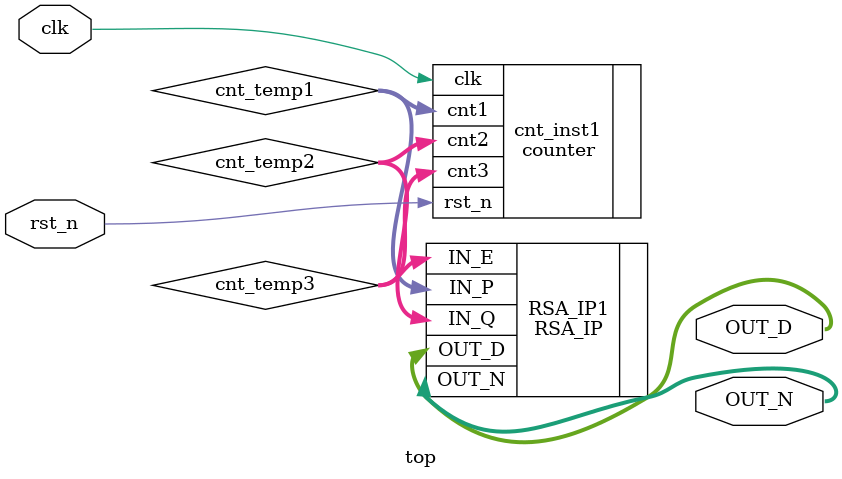
<source format=v>
module top (clk, rst_n, OUT_N, OUT_D);

parameter WIDTH = 4;

	input wire clk, rst_n;
	output wire [WIDTH*2-1:0] OUT_N, OUT_D;
	
	wire [WIDTH-1:0] cnt_temp1, cnt_temp2, cnt_temp3;

	
counter #(.WIDTH(WIDTH)) cnt_inst1 (.clk(clk), .rst_n(rst_n), .cnt1(cnt_temp1), .cnt2(cnt_temp2), .cnt3(cnt_temp3));


RSA_IP #(.WIDTH(WIDTH)) RSA_IP1 (.IN_P(cnt_temp1), .IN_Q(cnt_temp2), .IN_E(cnt_temp3), .OUT_N(OUT_N), .OUT_D(OUT_D));


endmodule


</source>
